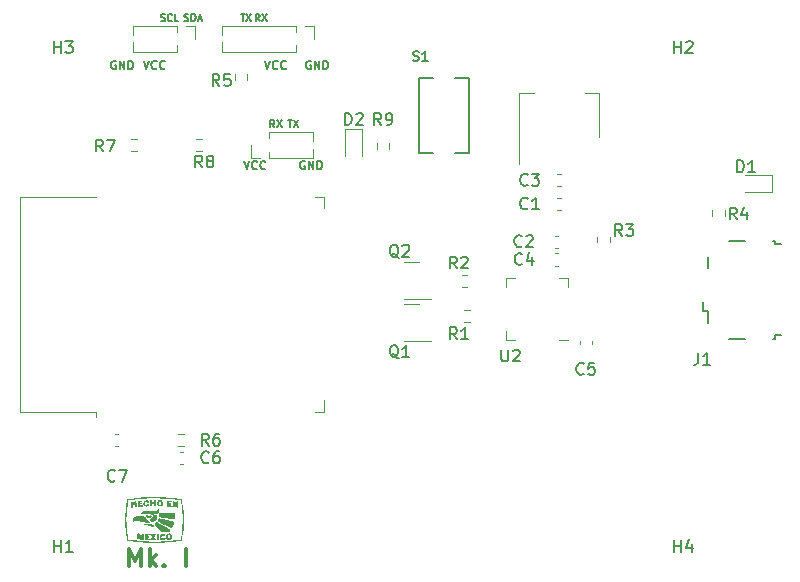
<source format=gbr>
%TF.GenerationSoftware,KiCad,Pcbnew,(6.0.2)*%
%TF.CreationDate,2022-04-08T16:17:17-05:00*%
%TF.ProjectId,Tlapixki-HelloWorld,546c6170-6978-46b6-992d-48656c6c6f57,rev?*%
%TF.SameCoordinates,Original*%
%TF.FileFunction,Legend,Top*%
%TF.FilePolarity,Positive*%
%FSLAX46Y46*%
G04 Gerber Fmt 4.6, Leading zero omitted, Abs format (unit mm)*
G04 Created by KiCad (PCBNEW (6.0.2)) date 2022-04-08 16:17:17*
%MOMM*%
%LPD*%
G01*
G04 APERTURE LIST*
%ADD10C,0.150000*%
%ADD11C,0.300000*%
%ADD12C,0.120000*%
%ADD13C,0.200000*%
G04 APERTURE END LIST*
D10*
X83066666Y-102366666D02*
X83300000Y-103066666D01*
X83533333Y-102366666D01*
X84166666Y-103000000D02*
X84133333Y-103033333D01*
X84033333Y-103066666D01*
X83966666Y-103066666D01*
X83866666Y-103033333D01*
X83800000Y-102966666D01*
X83766666Y-102900000D01*
X83733333Y-102766666D01*
X83733333Y-102666666D01*
X83766666Y-102533333D01*
X83800000Y-102466666D01*
X83866666Y-102400000D01*
X83966666Y-102366666D01*
X84033333Y-102366666D01*
X84133333Y-102400000D01*
X84166666Y-102433333D01*
X84866666Y-103000000D02*
X84833333Y-103033333D01*
X84733333Y-103066666D01*
X84666666Y-103066666D01*
X84566666Y-103033333D01*
X84500000Y-102966666D01*
X84466666Y-102900000D01*
X84433333Y-102766666D01*
X84433333Y-102666666D01*
X84466666Y-102533333D01*
X84500000Y-102466666D01*
X84566666Y-102400000D01*
X84666666Y-102366666D01*
X84733333Y-102366666D01*
X84833333Y-102400000D01*
X84866666Y-102433333D01*
X85042857Y-107421428D02*
X85385714Y-107421428D01*
X85214285Y-108021428D02*
X85214285Y-107421428D01*
X85528571Y-107421428D02*
X85928571Y-108021428D01*
X85928571Y-107421428D02*
X85528571Y-108021428D01*
X76271428Y-98992857D02*
X76357142Y-99021428D01*
X76500000Y-99021428D01*
X76557142Y-98992857D01*
X76585714Y-98964285D01*
X76614285Y-98907142D01*
X76614285Y-98850000D01*
X76585714Y-98792857D01*
X76557142Y-98764285D01*
X76500000Y-98735714D01*
X76385714Y-98707142D01*
X76328571Y-98678571D01*
X76300000Y-98650000D01*
X76271428Y-98592857D01*
X76271428Y-98535714D01*
X76300000Y-98478571D01*
X76328571Y-98450000D01*
X76385714Y-98421428D01*
X76528571Y-98421428D01*
X76614285Y-98450000D01*
X76871428Y-99021428D02*
X76871428Y-98421428D01*
X77014285Y-98421428D01*
X77100000Y-98450000D01*
X77157142Y-98507142D01*
X77185714Y-98564285D01*
X77214285Y-98678571D01*
X77214285Y-98764285D01*
X77185714Y-98878571D01*
X77157142Y-98935714D01*
X77100000Y-98992857D01*
X77014285Y-99021428D01*
X76871428Y-99021428D01*
X77442857Y-98850000D02*
X77728571Y-98850000D01*
X77385714Y-99021428D02*
X77585714Y-98421428D01*
X77785714Y-99021428D01*
X82650000Y-99021428D02*
X82450000Y-98735714D01*
X82307142Y-99021428D02*
X82307142Y-98421428D01*
X82535714Y-98421428D01*
X82592857Y-98450000D01*
X82621428Y-98478571D01*
X82650000Y-98535714D01*
X82650000Y-98621428D01*
X82621428Y-98678571D01*
X82592857Y-98707142D01*
X82535714Y-98735714D01*
X82307142Y-98735714D01*
X82850000Y-98421428D02*
X83250000Y-99021428D01*
X83250000Y-98421428D02*
X82850000Y-99021428D01*
X81042857Y-98421428D02*
X81385714Y-98421428D01*
X81214285Y-99021428D02*
X81214285Y-98421428D01*
X81528571Y-98421428D02*
X81928571Y-99021428D01*
X81928571Y-98421428D02*
X81528571Y-99021428D01*
X72816666Y-102366666D02*
X73050000Y-103066666D01*
X73283333Y-102366666D01*
X73916666Y-103000000D02*
X73883333Y-103033333D01*
X73783333Y-103066666D01*
X73716666Y-103066666D01*
X73616666Y-103033333D01*
X73550000Y-102966666D01*
X73516666Y-102900000D01*
X73483333Y-102766666D01*
X73483333Y-102666666D01*
X73516666Y-102533333D01*
X73550000Y-102466666D01*
X73616666Y-102400000D01*
X73716666Y-102366666D01*
X73783333Y-102366666D01*
X73883333Y-102400000D01*
X73916666Y-102433333D01*
X74616666Y-103000000D02*
X74583333Y-103033333D01*
X74483333Y-103066666D01*
X74416666Y-103066666D01*
X74316666Y-103033333D01*
X74250000Y-102966666D01*
X74216666Y-102900000D01*
X74183333Y-102766666D01*
X74183333Y-102666666D01*
X74216666Y-102533333D01*
X74250000Y-102466666D01*
X74316666Y-102400000D01*
X74416666Y-102366666D01*
X74483333Y-102366666D01*
X74583333Y-102400000D01*
X74616666Y-102433333D01*
X70466666Y-102400000D02*
X70400000Y-102366666D01*
X70300000Y-102366666D01*
X70200000Y-102400000D01*
X70133333Y-102466666D01*
X70100000Y-102533333D01*
X70066666Y-102666666D01*
X70066666Y-102766666D01*
X70100000Y-102900000D01*
X70133333Y-102966666D01*
X70200000Y-103033333D01*
X70300000Y-103066666D01*
X70366666Y-103066666D01*
X70466666Y-103033333D01*
X70500000Y-103000000D01*
X70500000Y-102766666D01*
X70366666Y-102766666D01*
X70800000Y-103066666D02*
X70800000Y-102366666D01*
X71200000Y-103066666D01*
X71200000Y-102366666D01*
X71533333Y-103066666D02*
X71533333Y-102366666D01*
X71700000Y-102366666D01*
X71800000Y-102400000D01*
X71866666Y-102466666D01*
X71900000Y-102533333D01*
X71933333Y-102666666D01*
X71933333Y-102766666D01*
X71900000Y-102900000D01*
X71866666Y-102966666D01*
X71800000Y-103033333D01*
X71700000Y-103066666D01*
X71533333Y-103066666D01*
X81316666Y-110866666D02*
X81550000Y-111566666D01*
X81783333Y-110866666D01*
X82416666Y-111500000D02*
X82383333Y-111533333D01*
X82283333Y-111566666D01*
X82216666Y-111566666D01*
X82116666Y-111533333D01*
X82050000Y-111466666D01*
X82016666Y-111400000D01*
X81983333Y-111266666D01*
X81983333Y-111166666D01*
X82016666Y-111033333D01*
X82050000Y-110966666D01*
X82116666Y-110900000D01*
X82216666Y-110866666D01*
X82283333Y-110866666D01*
X82383333Y-110900000D01*
X82416666Y-110933333D01*
X83116666Y-111500000D02*
X83083333Y-111533333D01*
X82983333Y-111566666D01*
X82916666Y-111566666D01*
X82816666Y-111533333D01*
X82750000Y-111466666D01*
X82716666Y-111400000D01*
X82683333Y-111266666D01*
X82683333Y-111166666D01*
X82716666Y-111033333D01*
X82750000Y-110966666D01*
X82816666Y-110900000D01*
X82916666Y-110866666D01*
X82983333Y-110866666D01*
X83083333Y-110900000D01*
X83116666Y-110933333D01*
D11*
X71607142Y-145178571D02*
X71607142Y-143678571D01*
X72107142Y-144750000D01*
X72607142Y-143678571D01*
X72607142Y-145178571D01*
X73321428Y-145178571D02*
X73321428Y-143678571D01*
X73464285Y-144607142D02*
X73892857Y-145178571D01*
X73892857Y-144178571D02*
X73321428Y-144750000D01*
X74535714Y-145035714D02*
X74607142Y-145107142D01*
X74535714Y-145178571D01*
X74464285Y-145107142D01*
X74535714Y-145035714D01*
X74535714Y-145178571D01*
X76392857Y-145178571D02*
X76392857Y-143678571D01*
D10*
X86466666Y-110900000D02*
X86400000Y-110866666D01*
X86300000Y-110866666D01*
X86200000Y-110900000D01*
X86133333Y-110966666D01*
X86100000Y-111033333D01*
X86066666Y-111166666D01*
X86066666Y-111266666D01*
X86100000Y-111400000D01*
X86133333Y-111466666D01*
X86200000Y-111533333D01*
X86300000Y-111566666D01*
X86366666Y-111566666D01*
X86466666Y-111533333D01*
X86500000Y-111500000D01*
X86500000Y-111266666D01*
X86366666Y-111266666D01*
X86800000Y-111566666D02*
X86800000Y-110866666D01*
X87200000Y-111566666D01*
X87200000Y-110866666D01*
X87533333Y-111566666D02*
X87533333Y-110866666D01*
X87700000Y-110866666D01*
X87800000Y-110900000D01*
X87866666Y-110966666D01*
X87900000Y-111033333D01*
X87933333Y-111166666D01*
X87933333Y-111266666D01*
X87900000Y-111400000D01*
X87866666Y-111466666D01*
X87800000Y-111533333D01*
X87700000Y-111566666D01*
X87533333Y-111566666D01*
X86966666Y-102400000D02*
X86900000Y-102366666D01*
X86800000Y-102366666D01*
X86700000Y-102400000D01*
X86633333Y-102466666D01*
X86600000Y-102533333D01*
X86566666Y-102666666D01*
X86566666Y-102766666D01*
X86600000Y-102900000D01*
X86633333Y-102966666D01*
X86700000Y-103033333D01*
X86800000Y-103066666D01*
X86866666Y-103066666D01*
X86966666Y-103033333D01*
X87000000Y-103000000D01*
X87000000Y-102766666D01*
X86866666Y-102766666D01*
X87300000Y-103066666D02*
X87300000Y-102366666D01*
X87700000Y-103066666D01*
X87700000Y-102366666D01*
X88033333Y-103066666D02*
X88033333Y-102366666D01*
X88200000Y-102366666D01*
X88300000Y-102400000D01*
X88366666Y-102466666D01*
X88400000Y-102533333D01*
X88433333Y-102666666D01*
X88433333Y-102766666D01*
X88400000Y-102900000D01*
X88366666Y-102966666D01*
X88300000Y-103033333D01*
X88200000Y-103066666D01*
X88033333Y-103066666D01*
X74285714Y-98992857D02*
X74371428Y-99021428D01*
X74514285Y-99021428D01*
X74571428Y-98992857D01*
X74600000Y-98964285D01*
X74628571Y-98907142D01*
X74628571Y-98850000D01*
X74600000Y-98792857D01*
X74571428Y-98764285D01*
X74514285Y-98735714D01*
X74400000Y-98707142D01*
X74342857Y-98678571D01*
X74314285Y-98650000D01*
X74285714Y-98592857D01*
X74285714Y-98535714D01*
X74314285Y-98478571D01*
X74342857Y-98450000D01*
X74400000Y-98421428D01*
X74542857Y-98421428D01*
X74628571Y-98450000D01*
X75228571Y-98964285D02*
X75200000Y-98992857D01*
X75114285Y-99021428D01*
X75057142Y-99021428D01*
X74971428Y-98992857D01*
X74914285Y-98935714D01*
X74885714Y-98878571D01*
X74857142Y-98764285D01*
X74857142Y-98678571D01*
X74885714Y-98564285D01*
X74914285Y-98507142D01*
X74971428Y-98450000D01*
X75057142Y-98421428D01*
X75114285Y-98421428D01*
X75200000Y-98450000D01*
X75228571Y-98478571D01*
X75771428Y-99021428D02*
X75485714Y-99021428D01*
X75485714Y-98421428D01*
X83900000Y-108021428D02*
X83700000Y-107735714D01*
X83557142Y-108021428D02*
X83557142Y-107421428D01*
X83785714Y-107421428D01*
X83842857Y-107450000D01*
X83871428Y-107478571D01*
X83900000Y-107535714D01*
X83900000Y-107621428D01*
X83871428Y-107678571D01*
X83842857Y-107707142D01*
X83785714Y-107735714D01*
X83557142Y-107735714D01*
X84100000Y-107421428D02*
X84500000Y-108021428D01*
X84500000Y-107421428D02*
X84100000Y-108021428D01*
%TO.C,C3*%
X105333333Y-112857142D02*
X105285714Y-112904761D01*
X105142857Y-112952380D01*
X105047619Y-112952380D01*
X104904761Y-112904761D01*
X104809523Y-112809523D01*
X104761904Y-112714285D01*
X104714285Y-112523809D01*
X104714285Y-112380952D01*
X104761904Y-112190476D01*
X104809523Y-112095238D01*
X104904761Y-112000000D01*
X105047619Y-111952380D01*
X105142857Y-111952380D01*
X105285714Y-112000000D01*
X105333333Y-112047619D01*
X105666666Y-111952380D02*
X106285714Y-111952380D01*
X105952380Y-112333333D01*
X106095238Y-112333333D01*
X106190476Y-112380952D01*
X106238095Y-112428571D01*
X106285714Y-112523809D01*
X106285714Y-112761904D01*
X106238095Y-112857142D01*
X106190476Y-112904761D01*
X106095238Y-112952380D01*
X105809523Y-112952380D01*
X105714285Y-112904761D01*
X105666666Y-112857142D01*
%TO.C,H4*%
X117738095Y-143952380D02*
X117738095Y-142952380D01*
X117738095Y-143428571D02*
X118309523Y-143428571D01*
X118309523Y-143952380D02*
X118309523Y-142952380D01*
X119214285Y-143285714D02*
X119214285Y-143952380D01*
X118976190Y-142904761D02*
X118738095Y-143619047D01*
X119357142Y-143619047D01*
%TO.C,R9*%
X92933333Y-107802380D02*
X92600000Y-107326190D01*
X92361904Y-107802380D02*
X92361904Y-106802380D01*
X92742857Y-106802380D01*
X92838095Y-106850000D01*
X92885714Y-106897619D01*
X92933333Y-106992857D01*
X92933333Y-107135714D01*
X92885714Y-107230952D01*
X92838095Y-107278571D01*
X92742857Y-107326190D01*
X92361904Y-107326190D01*
X93409523Y-107802380D02*
X93600000Y-107802380D01*
X93695238Y-107754761D01*
X93742857Y-107707142D01*
X93838095Y-107564285D01*
X93885714Y-107373809D01*
X93885714Y-106992857D01*
X93838095Y-106897619D01*
X93790476Y-106850000D01*
X93695238Y-106802380D01*
X93504761Y-106802380D01*
X93409523Y-106850000D01*
X93361904Y-106897619D01*
X93314285Y-106992857D01*
X93314285Y-107230952D01*
X93361904Y-107326190D01*
X93409523Y-107373809D01*
X93504761Y-107421428D01*
X93695238Y-107421428D01*
X93790476Y-107373809D01*
X93838095Y-107326190D01*
X93885714Y-107230952D01*
%TO.C,R8*%
X77783333Y-111402380D02*
X77450000Y-110926190D01*
X77211904Y-111402380D02*
X77211904Y-110402380D01*
X77592857Y-110402380D01*
X77688095Y-110450000D01*
X77735714Y-110497619D01*
X77783333Y-110592857D01*
X77783333Y-110735714D01*
X77735714Y-110830952D01*
X77688095Y-110878571D01*
X77592857Y-110926190D01*
X77211904Y-110926190D01*
X78354761Y-110830952D02*
X78259523Y-110783333D01*
X78211904Y-110735714D01*
X78164285Y-110640476D01*
X78164285Y-110592857D01*
X78211904Y-110497619D01*
X78259523Y-110450000D01*
X78354761Y-110402380D01*
X78545238Y-110402380D01*
X78640476Y-110450000D01*
X78688095Y-110497619D01*
X78735714Y-110592857D01*
X78735714Y-110640476D01*
X78688095Y-110735714D01*
X78640476Y-110783333D01*
X78545238Y-110830952D01*
X78354761Y-110830952D01*
X78259523Y-110878571D01*
X78211904Y-110926190D01*
X78164285Y-111021428D01*
X78164285Y-111211904D01*
X78211904Y-111307142D01*
X78259523Y-111354761D01*
X78354761Y-111402380D01*
X78545238Y-111402380D01*
X78640476Y-111354761D01*
X78688095Y-111307142D01*
X78735714Y-111211904D01*
X78735714Y-111021428D01*
X78688095Y-110926190D01*
X78640476Y-110878571D01*
X78545238Y-110830952D01*
%TO.C,R4*%
X123033333Y-115802380D02*
X122700000Y-115326190D01*
X122461904Y-115802380D02*
X122461904Y-114802380D01*
X122842857Y-114802380D01*
X122938095Y-114850000D01*
X122985714Y-114897619D01*
X123033333Y-114992857D01*
X123033333Y-115135714D01*
X122985714Y-115230952D01*
X122938095Y-115278571D01*
X122842857Y-115326190D01*
X122461904Y-115326190D01*
X123890476Y-115135714D02*
X123890476Y-115802380D01*
X123652380Y-114754761D02*
X123414285Y-115469047D01*
X124033333Y-115469047D01*
%TO.C,R6*%
X78333333Y-134952380D02*
X78000000Y-134476190D01*
X77761904Y-134952380D02*
X77761904Y-133952380D01*
X78142857Y-133952380D01*
X78238095Y-134000000D01*
X78285714Y-134047619D01*
X78333333Y-134142857D01*
X78333333Y-134285714D01*
X78285714Y-134380952D01*
X78238095Y-134428571D01*
X78142857Y-134476190D01*
X77761904Y-134476190D01*
X79190476Y-133952380D02*
X79000000Y-133952380D01*
X78904761Y-134000000D01*
X78857142Y-134047619D01*
X78761904Y-134190476D01*
X78714285Y-134380952D01*
X78714285Y-134761904D01*
X78761904Y-134857142D01*
X78809523Y-134904761D01*
X78904761Y-134952380D01*
X79095238Y-134952380D01*
X79190476Y-134904761D01*
X79238095Y-134857142D01*
X79285714Y-134761904D01*
X79285714Y-134523809D01*
X79238095Y-134428571D01*
X79190476Y-134380952D01*
X79095238Y-134333333D01*
X78904761Y-134333333D01*
X78809523Y-134380952D01*
X78761904Y-134428571D01*
X78714285Y-134523809D01*
%TO.C,C2*%
X104833333Y-118057142D02*
X104785714Y-118104761D01*
X104642857Y-118152380D01*
X104547619Y-118152380D01*
X104404761Y-118104761D01*
X104309523Y-118009523D01*
X104261904Y-117914285D01*
X104214285Y-117723809D01*
X104214285Y-117580952D01*
X104261904Y-117390476D01*
X104309523Y-117295238D01*
X104404761Y-117200000D01*
X104547619Y-117152380D01*
X104642857Y-117152380D01*
X104785714Y-117200000D01*
X104833333Y-117247619D01*
X105214285Y-117247619D02*
X105261904Y-117200000D01*
X105357142Y-117152380D01*
X105595238Y-117152380D01*
X105690476Y-117200000D01*
X105738095Y-117247619D01*
X105785714Y-117342857D01*
X105785714Y-117438095D01*
X105738095Y-117580952D01*
X105166666Y-118152380D01*
X105785714Y-118152380D01*
%TO.C,Q1*%
X94404761Y-127547619D02*
X94309523Y-127500000D01*
X94214285Y-127404761D01*
X94071428Y-127261904D01*
X93976190Y-127214285D01*
X93880952Y-127214285D01*
X93928571Y-127452380D02*
X93833333Y-127404761D01*
X93738095Y-127309523D01*
X93690476Y-127119047D01*
X93690476Y-126785714D01*
X93738095Y-126595238D01*
X93833333Y-126500000D01*
X93928571Y-126452380D01*
X94119047Y-126452380D01*
X94214285Y-126500000D01*
X94309523Y-126595238D01*
X94357142Y-126785714D01*
X94357142Y-127119047D01*
X94309523Y-127309523D01*
X94214285Y-127404761D01*
X94119047Y-127452380D01*
X93928571Y-127452380D01*
X95309523Y-127452380D02*
X94738095Y-127452380D01*
X95023809Y-127452380D02*
X95023809Y-126452380D01*
X94928571Y-126595238D01*
X94833333Y-126690476D01*
X94738095Y-126738095D01*
%TO.C,H3*%
X65238095Y-101702380D02*
X65238095Y-100702380D01*
X65238095Y-101178571D02*
X65809523Y-101178571D01*
X65809523Y-101702380D02*
X65809523Y-100702380D01*
X66190476Y-100702380D02*
X66809523Y-100702380D01*
X66476190Y-101083333D01*
X66619047Y-101083333D01*
X66714285Y-101130952D01*
X66761904Y-101178571D01*
X66809523Y-101273809D01*
X66809523Y-101511904D01*
X66761904Y-101607142D01*
X66714285Y-101654761D01*
X66619047Y-101702380D01*
X66333333Y-101702380D01*
X66238095Y-101654761D01*
X66190476Y-101607142D01*
%TO.C,H2*%
X117738095Y-101702380D02*
X117738095Y-100702380D01*
X117738095Y-101178571D02*
X118309523Y-101178571D01*
X118309523Y-101702380D02*
X118309523Y-100702380D01*
X118738095Y-100797619D02*
X118785714Y-100750000D01*
X118880952Y-100702380D01*
X119119047Y-100702380D01*
X119214285Y-100750000D01*
X119261904Y-100797619D01*
X119309523Y-100892857D01*
X119309523Y-100988095D01*
X119261904Y-101130952D01*
X118690476Y-101702380D01*
X119309523Y-101702380D01*
%TO.C,C1*%
X105333333Y-114857142D02*
X105285714Y-114904761D01*
X105142857Y-114952380D01*
X105047619Y-114952380D01*
X104904761Y-114904761D01*
X104809523Y-114809523D01*
X104761904Y-114714285D01*
X104714285Y-114523809D01*
X104714285Y-114380952D01*
X104761904Y-114190476D01*
X104809523Y-114095238D01*
X104904761Y-114000000D01*
X105047619Y-113952380D01*
X105142857Y-113952380D01*
X105285714Y-114000000D01*
X105333333Y-114047619D01*
X106285714Y-114952380D02*
X105714285Y-114952380D01*
X106000000Y-114952380D02*
X106000000Y-113952380D01*
X105904761Y-114095238D01*
X105809523Y-114190476D01*
X105714285Y-114238095D01*
%TO.C,R7*%
X69383333Y-110052380D02*
X69050000Y-109576190D01*
X68811904Y-110052380D02*
X68811904Y-109052380D01*
X69192857Y-109052380D01*
X69288095Y-109100000D01*
X69335714Y-109147619D01*
X69383333Y-109242857D01*
X69383333Y-109385714D01*
X69335714Y-109480952D01*
X69288095Y-109528571D01*
X69192857Y-109576190D01*
X68811904Y-109576190D01*
X69716666Y-109052380D02*
X70383333Y-109052380D01*
X69954761Y-110052380D01*
%TO.C,C4*%
X104858333Y-119557142D02*
X104810714Y-119604761D01*
X104667857Y-119652380D01*
X104572619Y-119652380D01*
X104429761Y-119604761D01*
X104334523Y-119509523D01*
X104286904Y-119414285D01*
X104239285Y-119223809D01*
X104239285Y-119080952D01*
X104286904Y-118890476D01*
X104334523Y-118795238D01*
X104429761Y-118700000D01*
X104572619Y-118652380D01*
X104667857Y-118652380D01*
X104810714Y-118700000D01*
X104858333Y-118747619D01*
X105715476Y-118985714D02*
X105715476Y-119652380D01*
X105477380Y-118604761D02*
X105239285Y-119319047D01*
X105858333Y-119319047D01*
%TO.C,H1*%
X65238095Y-143952380D02*
X65238095Y-142952380D01*
X65238095Y-143428571D02*
X65809523Y-143428571D01*
X65809523Y-143952380D02*
X65809523Y-142952380D01*
X66809523Y-143952380D02*
X66238095Y-143952380D01*
X66523809Y-143952380D02*
X66523809Y-142952380D01*
X66428571Y-143095238D01*
X66333333Y-143190476D01*
X66238095Y-143238095D01*
%TO.C,R5*%
X79233333Y-104502380D02*
X78900000Y-104026190D01*
X78661904Y-104502380D02*
X78661904Y-103502380D01*
X79042857Y-103502380D01*
X79138095Y-103550000D01*
X79185714Y-103597619D01*
X79233333Y-103692857D01*
X79233333Y-103835714D01*
X79185714Y-103930952D01*
X79138095Y-103978571D01*
X79042857Y-104026190D01*
X78661904Y-104026190D01*
X80138095Y-103502380D02*
X79661904Y-103502380D01*
X79614285Y-103978571D01*
X79661904Y-103930952D01*
X79757142Y-103883333D01*
X79995238Y-103883333D01*
X80090476Y-103930952D01*
X80138095Y-103978571D01*
X80185714Y-104073809D01*
X80185714Y-104311904D01*
X80138095Y-104407142D01*
X80090476Y-104454761D01*
X79995238Y-104502380D01*
X79757142Y-104502380D01*
X79661904Y-104454761D01*
X79614285Y-104407142D01*
%TO.C,D1*%
X123061904Y-111802380D02*
X123061904Y-110802380D01*
X123300000Y-110802380D01*
X123442857Y-110850000D01*
X123538095Y-110945238D01*
X123585714Y-111040476D01*
X123633333Y-111230952D01*
X123633333Y-111373809D01*
X123585714Y-111564285D01*
X123538095Y-111659523D01*
X123442857Y-111754761D01*
X123300000Y-111802380D01*
X123061904Y-111802380D01*
X124585714Y-111802380D02*
X124014285Y-111802380D01*
X124300000Y-111802380D02*
X124300000Y-110802380D01*
X124204761Y-110945238D01*
X124109523Y-111040476D01*
X124014285Y-111088095D01*
%TO.C,U2*%
X103108095Y-126822380D02*
X103108095Y-127631904D01*
X103155714Y-127727142D01*
X103203333Y-127774761D01*
X103298571Y-127822380D01*
X103489047Y-127822380D01*
X103584285Y-127774761D01*
X103631904Y-127727142D01*
X103679523Y-127631904D01*
X103679523Y-126822380D01*
X104108095Y-126917619D02*
X104155714Y-126870000D01*
X104250952Y-126822380D01*
X104489047Y-126822380D01*
X104584285Y-126870000D01*
X104631904Y-126917619D01*
X104679523Y-127012857D01*
X104679523Y-127108095D01*
X104631904Y-127250952D01*
X104060476Y-127822380D01*
X104679523Y-127822380D01*
%TO.C,C5*%
X110083333Y-128857142D02*
X110035714Y-128904761D01*
X109892857Y-128952380D01*
X109797619Y-128952380D01*
X109654761Y-128904761D01*
X109559523Y-128809523D01*
X109511904Y-128714285D01*
X109464285Y-128523809D01*
X109464285Y-128380952D01*
X109511904Y-128190476D01*
X109559523Y-128095238D01*
X109654761Y-128000000D01*
X109797619Y-127952380D01*
X109892857Y-127952380D01*
X110035714Y-128000000D01*
X110083333Y-128047619D01*
X110988095Y-127952380D02*
X110511904Y-127952380D01*
X110464285Y-128428571D01*
X110511904Y-128380952D01*
X110607142Y-128333333D01*
X110845238Y-128333333D01*
X110940476Y-128380952D01*
X110988095Y-128428571D01*
X111035714Y-128523809D01*
X111035714Y-128761904D01*
X110988095Y-128857142D01*
X110940476Y-128904761D01*
X110845238Y-128952380D01*
X110607142Y-128952380D01*
X110511904Y-128904761D01*
X110464285Y-128857142D01*
%TO.C,C7*%
X70383333Y-137907142D02*
X70335714Y-137954761D01*
X70192857Y-138002380D01*
X70097619Y-138002380D01*
X69954761Y-137954761D01*
X69859523Y-137859523D01*
X69811904Y-137764285D01*
X69764285Y-137573809D01*
X69764285Y-137430952D01*
X69811904Y-137240476D01*
X69859523Y-137145238D01*
X69954761Y-137050000D01*
X70097619Y-137002380D01*
X70192857Y-137002380D01*
X70335714Y-137050000D01*
X70383333Y-137097619D01*
X70716666Y-137002380D02*
X71383333Y-137002380D01*
X70954761Y-138002380D01*
%TO.C,R3*%
X113333333Y-117202380D02*
X113000000Y-116726190D01*
X112761904Y-117202380D02*
X112761904Y-116202380D01*
X113142857Y-116202380D01*
X113238095Y-116250000D01*
X113285714Y-116297619D01*
X113333333Y-116392857D01*
X113333333Y-116535714D01*
X113285714Y-116630952D01*
X113238095Y-116678571D01*
X113142857Y-116726190D01*
X112761904Y-116726190D01*
X113666666Y-116202380D02*
X114285714Y-116202380D01*
X113952380Y-116583333D01*
X114095238Y-116583333D01*
X114190476Y-116630952D01*
X114238095Y-116678571D01*
X114285714Y-116773809D01*
X114285714Y-117011904D01*
X114238095Y-117107142D01*
X114190476Y-117154761D01*
X114095238Y-117202380D01*
X113809523Y-117202380D01*
X113714285Y-117154761D01*
X113666666Y-117107142D01*
%TO.C,J1*%
X119771666Y-127097380D02*
X119771666Y-127811666D01*
X119724047Y-127954523D01*
X119628809Y-128049761D01*
X119485952Y-128097380D01*
X119390714Y-128097380D01*
X120771666Y-128097380D02*
X120200238Y-128097380D01*
X120485952Y-128097380D02*
X120485952Y-127097380D01*
X120390714Y-127240238D01*
X120295476Y-127335476D01*
X120200238Y-127383095D01*
%TO.C,C6*%
X78333333Y-136357142D02*
X78285714Y-136404761D01*
X78142857Y-136452380D01*
X78047619Y-136452380D01*
X77904761Y-136404761D01*
X77809523Y-136309523D01*
X77761904Y-136214285D01*
X77714285Y-136023809D01*
X77714285Y-135880952D01*
X77761904Y-135690476D01*
X77809523Y-135595238D01*
X77904761Y-135500000D01*
X78047619Y-135452380D01*
X78142857Y-135452380D01*
X78285714Y-135500000D01*
X78333333Y-135547619D01*
X79190476Y-135452380D02*
X79000000Y-135452380D01*
X78904761Y-135500000D01*
X78857142Y-135547619D01*
X78761904Y-135690476D01*
X78714285Y-135880952D01*
X78714285Y-136261904D01*
X78761904Y-136357142D01*
X78809523Y-136404761D01*
X78904761Y-136452380D01*
X79095238Y-136452380D01*
X79190476Y-136404761D01*
X79238095Y-136357142D01*
X79285714Y-136261904D01*
X79285714Y-136023809D01*
X79238095Y-135928571D01*
X79190476Y-135880952D01*
X79095238Y-135833333D01*
X78904761Y-135833333D01*
X78809523Y-135880952D01*
X78761904Y-135928571D01*
X78714285Y-136023809D01*
%TO.C,D2*%
X89861904Y-107802380D02*
X89861904Y-106802380D01*
X90100000Y-106802380D01*
X90242857Y-106850000D01*
X90338095Y-106945238D01*
X90385714Y-107040476D01*
X90433333Y-107230952D01*
X90433333Y-107373809D01*
X90385714Y-107564285D01*
X90338095Y-107659523D01*
X90242857Y-107754761D01*
X90100000Y-107802380D01*
X89861904Y-107802380D01*
X90814285Y-106897619D02*
X90861904Y-106850000D01*
X90957142Y-106802380D01*
X91195238Y-106802380D01*
X91290476Y-106850000D01*
X91338095Y-106897619D01*
X91385714Y-106992857D01*
X91385714Y-107088095D01*
X91338095Y-107230952D01*
X90766666Y-107802380D01*
X91385714Y-107802380D01*
%TO.C,Q2*%
X94404761Y-119047619D02*
X94309523Y-119000000D01*
X94214285Y-118904761D01*
X94071428Y-118761904D01*
X93976190Y-118714285D01*
X93880952Y-118714285D01*
X93928571Y-118952380D02*
X93833333Y-118904761D01*
X93738095Y-118809523D01*
X93690476Y-118619047D01*
X93690476Y-118285714D01*
X93738095Y-118095238D01*
X93833333Y-118000000D01*
X93928571Y-117952380D01*
X94119047Y-117952380D01*
X94214285Y-118000000D01*
X94309523Y-118095238D01*
X94357142Y-118285714D01*
X94357142Y-118619047D01*
X94309523Y-118809523D01*
X94214285Y-118904761D01*
X94119047Y-118952380D01*
X93928571Y-118952380D01*
X94738095Y-118047619D02*
X94785714Y-118000000D01*
X94880952Y-117952380D01*
X95119047Y-117952380D01*
X95214285Y-118000000D01*
X95261904Y-118047619D01*
X95309523Y-118142857D01*
X95309523Y-118238095D01*
X95261904Y-118380952D01*
X94690476Y-118952380D01*
X95309523Y-118952380D01*
%TO.C,R2*%
X99333333Y-119952380D02*
X99000000Y-119476190D01*
X98761904Y-119952380D02*
X98761904Y-118952380D01*
X99142857Y-118952380D01*
X99238095Y-119000000D01*
X99285714Y-119047619D01*
X99333333Y-119142857D01*
X99333333Y-119285714D01*
X99285714Y-119380952D01*
X99238095Y-119428571D01*
X99142857Y-119476190D01*
X98761904Y-119476190D01*
X99714285Y-119047619D02*
X99761904Y-119000000D01*
X99857142Y-118952380D01*
X100095238Y-118952380D01*
X100190476Y-119000000D01*
X100238095Y-119047619D01*
X100285714Y-119142857D01*
X100285714Y-119238095D01*
X100238095Y-119380952D01*
X99666666Y-119952380D01*
X100285714Y-119952380D01*
%TO.C,S1*%
X95640476Y-102323809D02*
X95754761Y-102361904D01*
X95945238Y-102361904D01*
X96021428Y-102323809D01*
X96059523Y-102285714D01*
X96097619Y-102209523D01*
X96097619Y-102133333D01*
X96059523Y-102057142D01*
X96021428Y-102019047D01*
X95945238Y-101980952D01*
X95792857Y-101942857D01*
X95716666Y-101904761D01*
X95678571Y-101866666D01*
X95640476Y-101790476D01*
X95640476Y-101714285D01*
X95678571Y-101638095D01*
X95716666Y-101600000D01*
X95792857Y-101561904D01*
X95983333Y-101561904D01*
X96097619Y-101600000D01*
X96859523Y-102361904D02*
X96402380Y-102361904D01*
X96630952Y-102361904D02*
X96630952Y-101561904D01*
X96554761Y-101676190D01*
X96478571Y-101752380D01*
X96402380Y-101790476D01*
%TO.C,R1*%
X99333333Y-125952380D02*
X99000000Y-125476190D01*
X98761904Y-125952380D02*
X98761904Y-124952380D01*
X99142857Y-124952380D01*
X99238095Y-125000000D01*
X99285714Y-125047619D01*
X99333333Y-125142857D01*
X99333333Y-125285714D01*
X99285714Y-125380952D01*
X99238095Y-125428571D01*
X99142857Y-125476190D01*
X98761904Y-125476190D01*
X100285714Y-125952380D02*
X99714285Y-125952380D01*
X100000000Y-125952380D02*
X100000000Y-124952380D01*
X99904761Y-125095238D01*
X99809523Y-125190476D01*
X99714285Y-125238095D01*
D12*
%TO.C,C3*%
X108140580Y-113010000D02*
X107859420Y-113010000D01*
X108140580Y-111990000D02*
X107859420Y-111990000D01*
%TO.C,R9*%
X92577500Y-109362742D02*
X92577500Y-109837258D01*
X93622500Y-109362742D02*
X93622500Y-109837258D01*
%TO.C,R8*%
X77737258Y-108977500D02*
X77262742Y-108977500D01*
X77737258Y-110022500D02*
X77262742Y-110022500D01*
%TO.C,R4*%
X120977500Y-115012742D02*
X120977500Y-115487258D01*
X122022500Y-115012742D02*
X122022500Y-115487258D01*
%TO.C,R6*%
X75762742Y-135022500D02*
X76237258Y-135022500D01*
X75762742Y-133977500D02*
X76237258Y-133977500D01*
%TO.C,C2*%
X107915580Y-118210000D02*
X107634420Y-118210000D01*
X107915580Y-117190000D02*
X107634420Y-117190000D01*
%TO.C,Q1*%
X95500000Y-122940000D02*
X94850000Y-122940000D01*
X95500000Y-122940000D02*
X96150000Y-122940000D01*
X95500000Y-126060000D02*
X94850000Y-126060000D01*
X95500000Y-126060000D02*
X97175000Y-126060000D01*
%TO.C,U1*%
X104590000Y-105090000D02*
X105850000Y-105090000D01*
X111410000Y-108850000D02*
X111410000Y-105090000D01*
X104590000Y-111100000D02*
X104590000Y-105090000D01*
X111410000Y-105090000D02*
X110150000Y-105090000D01*
%TO.C,J2*%
X87260000Y-99390000D02*
X87260000Y-100500000D01*
X86500000Y-99390000D02*
X87260000Y-99390000D01*
X79455000Y-100807530D02*
X79455000Y-101610000D01*
X85740000Y-99390000D02*
X79455000Y-99390000D01*
X85740000Y-99390000D02*
X85740000Y-99936529D01*
X85740000Y-101610000D02*
X79455000Y-101610000D01*
X79455000Y-99390000D02*
X79455000Y-100192470D01*
X85740000Y-101063471D02*
X85740000Y-101610000D01*
%TO.C,C1*%
X108140580Y-115010000D02*
X107859420Y-115010000D01*
X108140580Y-113990000D02*
X107859420Y-113990000D01*
%TO.C,R7*%
X71762742Y-110022500D02*
X72237258Y-110022500D01*
X71762742Y-108977500D02*
X72237258Y-108977500D01*
%TO.C,G\u002A\u002A\u002A*%
G36*
X72917797Y-140971792D02*
G01*
X72982837Y-141029990D01*
X73054014Y-141097979D01*
X73127600Y-141171701D01*
X73199867Y-141247097D01*
X73267087Y-141320110D01*
X73325531Y-141386681D01*
X73371471Y-141442753D01*
X73401179Y-141484267D01*
X73410928Y-141507165D01*
X73410666Y-141508262D01*
X73403046Y-141520616D01*
X73388410Y-141527732D01*
X73361975Y-141529310D01*
X73318956Y-141525048D01*
X73254569Y-141514645D01*
X73164030Y-141497799D01*
X73125000Y-141490272D01*
X73039486Y-141474339D01*
X72937203Y-141456311D01*
X72823342Y-141437001D01*
X72703091Y-141417221D01*
X72581641Y-141397784D01*
X72464181Y-141379504D01*
X72355901Y-141363192D01*
X72261990Y-141349663D01*
X72187639Y-141339728D01*
X72138036Y-141334200D01*
X72122997Y-141333333D01*
X72075085Y-141341480D01*
X72040685Y-141357803D01*
X71998287Y-141377823D01*
X71969175Y-141382803D01*
X71950635Y-141381758D01*
X71939436Y-141373738D01*
X71934138Y-141352336D01*
X71933300Y-141311146D01*
X71935481Y-141243760D01*
X71935841Y-141234527D01*
X71941074Y-141153468D01*
X71952306Y-141090347D01*
X71973532Y-141042035D01*
X72008750Y-141005401D01*
X72061953Y-140977314D01*
X72137138Y-140954644D01*
X72238300Y-140934260D01*
X72340462Y-140917521D01*
X72434078Y-140903755D01*
X72530336Y-140891013D01*
X72616421Y-140880922D01*
X72667797Y-140875974D01*
X72793928Y-140865826D01*
X72917797Y-140971792D01*
G37*
G36*
X74727417Y-142553841D02*
G01*
X74742091Y-142510153D01*
X74768654Y-142473466D01*
X74775270Y-142466383D01*
X74842873Y-142417999D01*
X74927507Y-142390694D01*
X75017824Y-142388061D01*
X75021149Y-142388487D01*
X75108075Y-142414275D01*
X75172926Y-142464637D01*
X75214749Y-142538363D01*
X75232594Y-142634244D01*
X75233208Y-142658333D01*
X75223141Y-142753106D01*
X75191772Y-142824211D01*
X75137348Y-142874977D01*
X75111948Y-142888833D01*
X75040231Y-142910375D01*
X74958693Y-142916042D01*
X74880818Y-142906108D01*
X74823343Y-142883004D01*
X74765099Y-142826438D01*
X74729815Y-142747422D01*
X74718531Y-142648621D01*
X74719238Y-142631655D01*
X74884195Y-142631655D01*
X74885135Y-142690490D01*
X74895924Y-142740779D01*
X74900586Y-142751095D01*
X74929284Y-142774094D01*
X74974018Y-142783632D01*
X75019803Y-142778454D01*
X75046666Y-142763333D01*
X75061244Y-142730283D01*
X75066731Y-142678468D01*
X75063587Y-142621058D01*
X75052277Y-142571223D01*
X75039083Y-142547145D01*
X74995774Y-142520906D01*
X74946248Y-142521325D01*
X74909523Y-142542857D01*
X74892520Y-142577901D01*
X74884195Y-142631655D01*
X74719238Y-142631655D01*
X74719821Y-142617658D01*
X74727417Y-142553841D01*
G37*
G36*
X74104257Y-140345346D02*
G01*
X74120446Y-140397511D01*
X74122947Y-140411118D01*
X74130762Y-140510445D01*
X74115374Y-140591111D01*
X74075013Y-140659985D01*
X74052408Y-140684846D01*
X74020087Y-140714154D01*
X73985072Y-140738174D01*
X73944089Y-140757242D01*
X73893868Y-140771693D01*
X73831137Y-140781862D01*
X73752622Y-140788086D01*
X73655052Y-140790700D01*
X73535156Y-140790040D01*
X73389660Y-140786440D01*
X73215294Y-140780238D01*
X73148350Y-140777575D01*
X72999346Y-140771285D01*
X72880459Y-140765360D01*
X72788488Y-140759147D01*
X72720232Y-140751989D01*
X72672489Y-140743232D01*
X72642058Y-140732220D01*
X72625739Y-140718299D01*
X72620331Y-140700813D01*
X72622632Y-140679107D01*
X72624665Y-140670398D01*
X72653012Y-140608143D01*
X72702017Y-140546381D01*
X72760054Y-140498936D01*
X72776056Y-140490146D01*
X72795009Y-140483108D01*
X72820569Y-140477625D01*
X72856387Y-140473502D01*
X72906117Y-140470545D01*
X72973412Y-140468558D01*
X73061925Y-140467346D01*
X73175310Y-140466714D01*
X73317219Y-140466468D01*
X73368633Y-140466439D01*
X73502884Y-140466120D01*
X73627494Y-140465320D01*
X73738282Y-140464104D01*
X73831068Y-140462538D01*
X73901673Y-140460689D01*
X73945916Y-140458622D01*
X73958711Y-140457152D01*
X73987616Y-140437362D01*
X74017985Y-140399271D01*
X74025411Y-140386546D01*
X74056738Y-140339864D01*
X74083021Y-140326131D01*
X74104257Y-140345346D01*
G37*
G36*
X74195564Y-141122470D02*
G01*
X74288727Y-141136880D01*
X74411585Y-141160655D01*
X74564852Y-141193921D01*
X74749243Y-141236807D01*
X74759231Y-141239191D01*
X74873735Y-141266399D01*
X74983127Y-141292102D01*
X75081323Y-141314892D01*
X75162238Y-141333362D01*
X75219788Y-141346105D01*
X75237488Y-141349807D01*
X75308487Y-141367936D01*
X75352303Y-141391991D01*
X75375078Y-141428607D01*
X75382955Y-141484415D01*
X75383333Y-141507284D01*
X75373725Y-141585940D01*
X75347631Y-141667542D01*
X75309150Y-141745669D01*
X75262377Y-141813901D01*
X75211411Y-141865820D01*
X75160346Y-141895005D01*
X75133333Y-141899029D01*
X75108545Y-141892170D01*
X75060873Y-141874263D01*
X74997707Y-141848211D01*
X74941666Y-141823760D01*
X74879056Y-141794764D01*
X74793370Y-141753589D01*
X74691106Y-141703436D01*
X74578759Y-141647508D01*
X74462827Y-141589006D01*
X74391666Y-141552677D01*
X74273810Y-141491922D01*
X74182446Y-141443938D01*
X74114221Y-141406654D01*
X74065782Y-141377998D01*
X74033776Y-141355897D01*
X74014849Y-141338280D01*
X74005648Y-141323074D01*
X74003181Y-141312608D01*
X74007944Y-141269082D01*
X74026590Y-141216041D01*
X74053288Y-141165574D01*
X74082209Y-141129775D01*
X74095461Y-141121237D01*
X74131380Y-141117298D01*
X74195564Y-141122470D01*
G37*
G36*
X72677578Y-139621997D02*
G01*
X72695083Y-139624004D01*
X72710619Y-139644909D01*
X72716666Y-139680866D01*
X72710943Y-139713808D01*
X72690053Y-139734585D01*
X72648415Y-139745692D01*
X72580445Y-139749625D01*
X72562500Y-139749772D01*
X72514280Y-139751726D01*
X72490814Y-139759791D01*
X72483599Y-139777822D01*
X72483333Y-139785648D01*
X72485775Y-139805160D01*
X72498251Y-139814713D01*
X72528486Y-139816358D01*
X72583333Y-139812228D01*
X72683333Y-139803160D01*
X72683333Y-139931669D01*
X72587500Y-139936668D01*
X72532834Y-139941017D01*
X72503832Y-139948803D01*
X72492826Y-139963092D01*
X72491666Y-139975000D01*
X72494173Y-139991663D01*
X72506244Y-140001065D01*
X72534701Y-140004655D01*
X72586367Y-140003880D01*
X72620833Y-140002409D01*
X72750000Y-139996485D01*
X72750000Y-140056258D01*
X72749182Y-140083687D01*
X72743386Y-140103244D01*
X72727599Y-140116690D01*
X72696807Y-140125786D01*
X72645997Y-140132292D01*
X72570156Y-140137968D01*
X72505813Y-140142000D01*
X72336626Y-140152437D01*
X72324874Y-139988718D01*
X72319341Y-139905404D01*
X72314607Y-139822766D01*
X72311418Y-139754297D01*
X72310727Y-139733333D01*
X72308333Y-139641666D01*
X72490916Y-139628694D01*
X72567092Y-139624137D01*
X72631914Y-139621844D01*
X72677578Y-139621997D01*
G37*
G36*
X72220417Y-139912500D02*
G01*
X72229072Y-139999098D01*
X72235723Y-140073173D01*
X72239896Y-140128772D01*
X72241114Y-140159946D01*
X72240545Y-140164454D01*
X72222106Y-140169858D01*
X72182144Y-140176315D01*
X72161617Y-140178844D01*
X72115972Y-140182547D01*
X72092941Y-140176254D01*
X72082089Y-140154298D01*
X72077461Y-140133140D01*
X72069657Y-140081814D01*
X72066666Y-140039583D01*
X72063344Y-140015368D01*
X72047535Y-140003730D01*
X72010472Y-140000170D01*
X71989513Y-140000000D01*
X71912361Y-140000000D01*
X71923437Y-140097901D01*
X71928695Y-140152836D01*
X71927185Y-140183435D01*
X71916738Y-140198376D01*
X71896423Y-140206007D01*
X71848047Y-140214582D01*
X71803355Y-140215594D01*
X71773250Y-140209417D01*
X71766666Y-140201589D01*
X71764915Y-140180314D01*
X71760112Y-140132405D01*
X71752933Y-140064350D01*
X71744052Y-139982640D01*
X71741221Y-139957014D01*
X71730806Y-139859911D01*
X71725565Y-139791063D01*
X71726968Y-139745602D01*
X71736484Y-139718657D01*
X71755582Y-139705356D01*
X71785731Y-139700830D01*
X71818686Y-139700255D01*
X71854507Y-139701652D01*
X71873700Y-139711888D01*
X71883552Y-139739440D01*
X71890093Y-139783333D01*
X71899054Y-139834444D01*
X71914240Y-139859654D01*
X71944392Y-139864916D01*
X71997328Y-139856367D01*
X72028675Y-139848177D01*
X72042084Y-139833589D01*
X72042511Y-139802396D01*
X72038587Y-139771390D01*
X72035974Y-139715790D01*
X72050821Y-139683840D01*
X72088619Y-139669584D01*
X72134862Y-139666921D01*
X72194724Y-139666666D01*
X72220417Y-139912500D01*
G37*
G36*
X74054735Y-142453928D02*
G01*
X74083781Y-142466868D01*
X74089883Y-142476363D01*
X74093651Y-142502238D01*
X74096782Y-142554326D01*
X74098986Y-142625504D01*
X74099973Y-142708654D01*
X74100000Y-142724684D01*
X74100000Y-142946643D01*
X74022985Y-142952768D01*
X73975547Y-142953128D01*
X73945840Y-142946731D01*
X73941028Y-142941946D01*
X73938664Y-142919944D01*
X73935553Y-142871108D01*
X73932045Y-142801919D01*
X73928489Y-142718858D01*
X73927291Y-142687500D01*
X73918496Y-142450000D01*
X73999131Y-142450000D01*
X74054735Y-142453928D01*
G37*
G36*
X74357683Y-141656212D02*
G01*
X74549465Y-141758669D01*
X74711733Y-141846960D01*
X74845002Y-141921388D01*
X74949789Y-141982256D01*
X75026610Y-142029866D01*
X75075980Y-142064520D01*
X75098415Y-142086521D01*
X75100000Y-142091255D01*
X75088037Y-142127733D01*
X75058591Y-142171658D01*
X75021325Y-142211134D01*
X74985901Y-142234261D01*
X74983146Y-142235131D01*
X74952658Y-142239186D01*
X74895610Y-142242835D01*
X74818774Y-142245790D01*
X74728922Y-142247761D01*
X74673690Y-142248338D01*
X74405714Y-142250000D01*
X74323690Y-142196581D01*
X74286196Y-142167859D01*
X74231209Y-142120207D01*
X74163670Y-142058453D01*
X74088522Y-141987420D01*
X74010706Y-141911937D01*
X73935163Y-141836827D01*
X73866837Y-141766919D01*
X73810669Y-141707036D01*
X73771601Y-141662006D01*
X73759217Y-141645355D01*
X73741957Y-141615909D01*
X73740283Y-141593555D01*
X73756094Y-141565455D01*
X73774711Y-141540563D01*
X73816564Y-141496383D01*
X73863825Y-141460952D01*
X73874681Y-141455128D01*
X73929384Y-141429042D01*
X74357683Y-141656212D01*
G37*
G36*
X72888619Y-141564459D02*
G01*
X72978023Y-141569023D01*
X73095881Y-141577417D01*
X73141666Y-141580982D01*
X73317182Y-141599881D01*
X73461831Y-141626742D01*
X73577256Y-141662174D01*
X73665102Y-141706782D01*
X73727012Y-141761173D01*
X73757106Y-141808101D01*
X73774355Y-141846929D01*
X73783074Y-141871406D01*
X73783333Y-141873352D01*
X73777656Y-141880333D01*
X73758821Y-141881542D01*
X73724122Y-141876299D01*
X73670851Y-141863922D01*
X73596303Y-141843731D01*
X73497771Y-141815043D01*
X73372548Y-141777179D01*
X73245373Y-141737974D01*
X73092853Y-141690256D01*
X72971962Y-141651177D01*
X72882304Y-141620135D01*
X72823483Y-141596531D01*
X72795101Y-141579761D01*
X72796761Y-141569227D01*
X72828066Y-141564327D01*
X72888619Y-141564459D01*
G37*
G36*
X75471396Y-140669732D02*
G01*
X75497649Y-140727138D01*
X75511618Y-140805905D01*
X75514004Y-140896696D01*
X75505511Y-140990174D01*
X75486841Y-141077000D01*
X75458698Y-141147839D01*
X75432676Y-141183989D01*
X75417716Y-141197744D01*
X75401449Y-141207082D01*
X75379133Y-141211780D01*
X75346023Y-141211613D01*
X75297376Y-141206359D01*
X75228450Y-141195794D01*
X75134500Y-141179693D01*
X75058936Y-141166361D01*
X74950946Y-141146424D01*
X74822520Y-141121427D01*
X74685706Y-141093791D01*
X74552553Y-141065936D01*
X74469976Y-141048044D01*
X74147079Y-140976835D01*
X74152706Y-140814771D01*
X74156469Y-140743915D01*
X74161995Y-140685697D01*
X74168396Y-140648109D01*
X74172217Y-140638853D01*
X74191484Y-140635731D01*
X74240334Y-140632854D01*
X74315018Y-140630305D01*
X74411787Y-140628164D01*
X74526890Y-140626513D01*
X74656579Y-140625432D01*
X74797104Y-140625003D01*
X74812014Y-140625000D01*
X75437927Y-140625000D01*
X75471396Y-140669732D01*
G37*
G36*
X73153397Y-139599629D02*
G01*
X73216471Y-139631358D01*
X73261764Y-139676552D01*
X73282662Y-139732727D01*
X73283333Y-139745375D01*
X73279328Y-139769374D01*
X73261320Y-139780415D01*
X73220320Y-139783305D01*
X73212342Y-139783333D01*
X73159229Y-139778139D01*
X73128144Y-139760131D01*
X73120534Y-139750000D01*
X73087641Y-139724687D01*
X73041521Y-139716756D01*
X72998314Y-139727814D01*
X72986666Y-139736666D01*
X72972603Y-139768885D01*
X72966748Y-139820266D01*
X72968733Y-139877756D01*
X72978192Y-139928305D01*
X72992857Y-139957142D01*
X73035273Y-139980954D01*
X73082690Y-139981884D01*
X73122478Y-139961296D01*
X73136365Y-139941666D01*
X73154221Y-139914696D01*
X73182637Y-139902599D01*
X73227675Y-139900000D01*
X73276783Y-139905160D01*
X73298891Y-139923101D01*
X73295250Y-139957507D01*
X73267113Y-140012066D01*
X73266239Y-140013502D01*
X73215559Y-140066788D01*
X73144919Y-140101768D01*
X73063366Y-140116565D01*
X72979945Y-140109301D01*
X72917248Y-140085972D01*
X72856850Y-140036459D01*
X72816732Y-139968568D01*
X72796796Y-139889728D01*
X72796941Y-139807369D01*
X72817069Y-139728920D01*
X72857079Y-139661811D01*
X72916873Y-139613470D01*
X72923614Y-139610107D01*
X73000356Y-139586517D01*
X73079154Y-139583853D01*
X73153397Y-139599629D01*
G37*
G36*
X71269743Y-140832263D02*
G01*
X71287101Y-140608874D01*
X71309296Y-140379626D01*
X71335405Y-140152646D01*
X71364508Y-139936062D01*
X71395682Y-139738001D01*
X71422212Y-139594771D01*
X71442993Y-139491666D01*
X71633996Y-139464320D01*
X72238338Y-139390144D01*
X72843942Y-139340103D01*
X73445623Y-139314366D01*
X74038194Y-139313101D01*
X74616467Y-139336474D01*
X74908333Y-139358295D01*
X75057546Y-139371847D01*
X75209029Y-139386648D01*
X75358999Y-139402238D01*
X75503672Y-139418159D01*
X75639266Y-139433950D01*
X75761999Y-139449154D01*
X75868086Y-139463310D01*
X75953746Y-139475959D01*
X76015195Y-139486643D01*
X76048651Y-139494901D01*
X76053205Y-139497276D01*
X76059855Y-139516784D01*
X76070534Y-139563216D01*
X76084009Y-139630581D01*
X76099050Y-139712886D01*
X76106867Y-139758333D01*
X76167864Y-140162138D01*
X76210784Y-140546880D01*
X76235630Y-140919550D01*
X76242405Y-141287138D01*
X76231110Y-141656636D01*
X76201750Y-142035034D01*
X76154325Y-142429324D01*
X76107991Y-142733094D01*
X76092705Y-142822191D01*
X76078295Y-142899467D01*
X76065951Y-142959020D01*
X76056866Y-142994947D01*
X76053572Y-143002622D01*
X76033368Y-143008500D01*
X75984566Y-143017317D01*
X75911714Y-143028489D01*
X75819362Y-143041434D01*
X75712057Y-143055567D01*
X75594348Y-143070306D01*
X75470784Y-143085067D01*
X75345913Y-143099267D01*
X75224284Y-143112322D01*
X75110445Y-143123649D01*
X75108333Y-143123849D01*
X74777826Y-143150843D01*
X74432341Y-143171224D01*
X74083918Y-143184522D01*
X73744593Y-143190268D01*
X73450000Y-143188466D01*
X73294369Y-143183864D01*
X73115046Y-143175758D01*
X72921422Y-143164721D01*
X72722889Y-143151324D01*
X72528836Y-143136142D01*
X72391666Y-143123908D01*
X72278574Y-143112653D01*
X72157484Y-143099658D01*
X72032948Y-143085505D01*
X71909519Y-143070778D01*
X71791749Y-143056060D01*
X71684190Y-143041934D01*
X71591394Y-143028984D01*
X71517915Y-143017793D01*
X71468305Y-143008943D01*
X71447115Y-143003019D01*
X71446932Y-143002860D01*
X71440275Y-142982787D01*
X71429825Y-142934738D01*
X71416401Y-142863748D01*
X71400825Y-142774853D01*
X71383916Y-142673089D01*
X71366495Y-142563492D01*
X71349383Y-142451097D01*
X71333399Y-142340942D01*
X71319363Y-142238061D01*
X71309369Y-142158333D01*
X71292225Y-141992345D01*
X71277848Y-141810676D01*
X71266644Y-141622221D01*
X71259022Y-141435875D01*
X71255391Y-141260532D01*
X71256157Y-141105087D01*
X71256860Y-141082625D01*
X71369146Y-141082625D01*
X71369246Y-141282580D01*
X71373436Y-141489737D01*
X71381510Y-141695496D01*
X71393260Y-141891259D01*
X71408480Y-142068425D01*
X71415632Y-142133333D01*
X71427580Y-142228698D01*
X71441780Y-142333723D01*
X71457425Y-142443264D01*
X71473706Y-142552178D01*
X71489814Y-142655320D01*
X71504940Y-142747546D01*
X71518275Y-142823713D01*
X71529010Y-142878677D01*
X71536338Y-142907294D01*
X71537750Y-142909973D01*
X71558356Y-142915975D01*
X71608254Y-142924407D01*
X71683526Y-142934860D01*
X71780251Y-142946929D01*
X71894509Y-142960206D01*
X72022382Y-142974285D01*
X72159949Y-142988759D01*
X72303290Y-143003220D01*
X72448486Y-143017264D01*
X72591618Y-143030481D01*
X72728765Y-143042466D01*
X72856008Y-143052813D01*
X72969427Y-143061113D01*
X73033333Y-143065186D01*
X73164088Y-143071237D01*
X73319835Y-143075750D01*
X73492917Y-143078718D01*
X73675671Y-143080135D01*
X73860440Y-143079993D01*
X74039563Y-143078286D01*
X74205381Y-143075007D01*
X74350233Y-143070150D01*
X74425000Y-143066411D01*
X74541919Y-143058855D01*
X74672900Y-143049174D01*
X74814149Y-143037752D01*
X74961870Y-143024977D01*
X75112266Y-143011233D01*
X75261543Y-142996908D01*
X75405905Y-142982386D01*
X75541556Y-142968055D01*
X75664700Y-142954299D01*
X75771543Y-142941506D01*
X75858289Y-142930060D01*
X75921141Y-142920349D01*
X75956306Y-142912757D01*
X75962132Y-142910090D01*
X75968055Y-142890714D01*
X75977709Y-142843702D01*
X75990216Y-142774433D01*
X76004698Y-142688283D01*
X76020277Y-142590631D01*
X76036076Y-142486854D01*
X76051216Y-142382329D01*
X76064821Y-142282435D01*
X76065791Y-142275000D01*
X76111561Y-141828671D01*
X76131783Y-141385699D01*
X76126330Y-140940574D01*
X76095076Y-140487786D01*
X76037894Y-140021822D01*
X76010014Y-139844213D01*
X75995318Y-139757576D01*
X75982096Y-139683328D01*
X75971444Y-139627343D01*
X75964458Y-139595497D01*
X75962698Y-139590476D01*
X75944276Y-139586154D01*
X75897461Y-139578853D01*
X75827007Y-139569144D01*
X75737665Y-139557601D01*
X75634187Y-139544792D01*
X75521325Y-139531291D01*
X75403831Y-139517667D01*
X75286458Y-139504494D01*
X75173957Y-139492341D01*
X75071080Y-139481780D01*
X75008333Y-139475733D01*
X74470554Y-139436506D01*
X73931654Y-139419158D01*
X73386541Y-139423797D01*
X72830124Y-139450530D01*
X72257314Y-139499466D01*
X71884259Y-139541927D01*
X71781697Y-139554890D01*
X71690969Y-139566778D01*
X71617062Y-139576904D01*
X71564963Y-139584580D01*
X71539655Y-139589117D01*
X71538073Y-139589703D01*
X71530221Y-139611690D01*
X71519385Y-139662360D01*
X71506170Y-139737258D01*
X71491182Y-139831929D01*
X71475026Y-139941916D01*
X71458307Y-140062763D01*
X71441629Y-140190016D01*
X71425598Y-140319217D01*
X71410819Y-140445912D01*
X71397898Y-140565644D01*
X71387438Y-140673959D01*
X71382048Y-140738714D01*
X71373344Y-140898470D01*
X71369146Y-141082625D01*
X71256860Y-141082625D01*
X71258143Y-141041666D01*
X71269743Y-140832263D01*
G37*
G36*
X73861835Y-140850299D02*
G01*
X73910347Y-140852342D01*
X73939126Y-140857843D01*
X73954971Y-140868516D01*
X73964684Y-140886077D01*
X73968536Y-140895833D01*
X73978861Y-140965558D01*
X73964187Y-141047072D01*
X73927753Y-141134450D01*
X73872797Y-141221765D01*
X73802558Y-141303093D01*
X73720273Y-141372507D01*
X73700903Y-141385573D01*
X73640737Y-141419456D01*
X73591867Y-141431874D01*
X73546486Y-141421274D01*
X73496787Y-141386105D01*
X73444203Y-141334570D01*
X73388113Y-141272547D01*
X73357273Y-141230256D01*
X73350988Y-141206507D01*
X73365323Y-141200000D01*
X73384225Y-141189470D01*
X73420094Y-141161653D01*
X73465717Y-141122205D01*
X73473201Y-141115410D01*
X73530187Y-141058207D01*
X73567001Y-141006245D01*
X73591975Y-140947479D01*
X73594254Y-140940410D01*
X73622754Y-140850000D01*
X73786789Y-140850000D01*
X73861835Y-140850299D01*
G37*
G36*
X74897626Y-139627023D02*
G01*
X74969922Y-139632962D01*
X75051798Y-139639850D01*
X75095833Y-139643627D01*
X75200000Y-139652653D01*
X75200000Y-139768903D01*
X75079166Y-139764977D01*
X75014304Y-139764217D01*
X74976008Y-139767915D01*
X74957677Y-139777212D01*
X74953359Y-139786704D01*
X74963808Y-139810788D01*
X75004844Y-139826411D01*
X75074656Y-139832947D01*
X75087500Y-139833105D01*
X75128413Y-139835367D01*
X75145921Y-139848063D01*
X75149940Y-139880671D01*
X75150000Y-139892845D01*
X75150000Y-139952357D01*
X75045833Y-139948036D01*
X74988455Y-139946732D01*
X74956357Y-139950313D01*
X74941596Y-139960966D01*
X74936608Y-139978148D01*
X74936966Y-139995940D01*
X74948791Y-140007514D01*
X74978631Y-140015375D01*
X75033033Y-140022027D01*
X75057441Y-140024380D01*
X75183333Y-140036177D01*
X75183333Y-140092105D01*
X75178306Y-140139501D01*
X75161613Y-140158655D01*
X75141666Y-140157278D01*
X75119047Y-140154301D01*
X75070753Y-140150036D01*
X75004389Y-140145103D01*
X74943819Y-140141120D01*
X74762639Y-140129851D01*
X74773338Y-139977425D01*
X74779520Y-139893656D01*
X74786340Y-139807908D01*
X74792539Y-139735892D01*
X74793811Y-139722222D01*
X74803585Y-139619445D01*
X74897626Y-139627023D01*
G37*
G36*
X72431195Y-142386055D02*
G01*
X72473820Y-142398129D01*
X72501230Y-142425413D01*
X72519048Y-142473765D01*
X72532898Y-142549045D01*
X72534030Y-142556582D01*
X72544574Y-142619538D01*
X72554735Y-142666675D01*
X72562877Y-142690886D01*
X72565325Y-142692495D01*
X72575224Y-142674996D01*
X72592976Y-142633633D01*
X72615401Y-142575998D01*
X72625096Y-142549735D01*
X72674725Y-142413243D01*
X72770345Y-142420159D01*
X72823041Y-142425067D01*
X72860289Y-142430597D01*
X72872070Y-142434371D01*
X72872803Y-142452753D01*
X72870478Y-142497868D01*
X72865530Y-142563301D01*
X72858395Y-142642635D01*
X72856869Y-142658333D01*
X72848766Y-142742046D01*
X72841900Y-142815470D01*
X72836936Y-142871310D01*
X72834539Y-142902273D01*
X72834447Y-142904166D01*
X72825959Y-142923659D01*
X72797267Y-142932139D01*
X72766143Y-142933333D01*
X72720184Y-142928506D01*
X72693571Y-142916106D01*
X72691360Y-142912500D01*
X72689345Y-142886489D01*
X72691181Y-142837622D01*
X72696461Y-142776101D01*
X72696982Y-142771289D01*
X72702191Y-142714552D01*
X72703847Y-142674925D01*
X72701686Y-142659796D01*
X72700962Y-142660148D01*
X72691381Y-142679332D01*
X72674501Y-142721600D01*
X72653683Y-142778454D01*
X72650030Y-142788858D01*
X72628232Y-142849393D01*
X72611641Y-142884992D01*
X72594718Y-142902271D01*
X72571922Y-142907848D01*
X72550002Y-142908333D01*
X72491671Y-142908333D01*
X72465531Y-142766666D01*
X72439392Y-142625000D01*
X72428029Y-142706492D01*
X72421030Y-142769121D01*
X72417029Y-142829014D01*
X72416666Y-142846187D01*
X72416666Y-142904388D01*
X72348623Y-142895262D01*
X72303872Y-142887492D01*
X72275117Y-142879221D01*
X72271423Y-142876979D01*
X72269550Y-142857989D01*
X72270573Y-142811928D01*
X72274203Y-142744905D01*
X72280153Y-142663028D01*
X72283283Y-142625578D01*
X72304299Y-142383333D01*
X72367731Y-142383333D01*
X72431195Y-142386055D01*
G37*
G36*
X75378969Y-139670192D02*
G01*
X75415785Y-139683088D01*
X75447802Y-139710952D01*
X75481476Y-139759151D01*
X75517147Y-139821813D01*
X75591666Y-139958333D01*
X75596507Y-139820833D01*
X75599254Y-139753485D01*
X75603281Y-139712767D01*
X75611023Y-139691997D01*
X75624913Y-139684490D01*
X75646507Y-139683560D01*
X75695679Y-139687430D01*
X75727762Y-139693470D01*
X75740683Y-139698241D01*
X75750058Y-139707417D01*
X75756015Y-139725151D01*
X75758683Y-139755598D01*
X75758190Y-139802910D01*
X75754664Y-139871243D01*
X75748233Y-139964749D01*
X75739664Y-140079166D01*
X75730489Y-140200000D01*
X75657295Y-140200000D01*
X75605373Y-140195740D01*
X75574134Y-140179899D01*
X75560092Y-140162500D01*
X75539966Y-140127440D01*
X75512403Y-140074992D01*
X75489569Y-140029166D01*
X75463674Y-139979736D01*
X75441909Y-139945130D01*
X75429861Y-139933333D01*
X75423574Y-139948643D01*
X75418914Y-139989162D01*
X75416731Y-140046775D01*
X75416666Y-140059246D01*
X75416666Y-140185159D01*
X75337500Y-140180079D01*
X75258333Y-140175000D01*
X75262801Y-140050000D01*
X75266596Y-139965317D01*
X75272001Y-139869978D01*
X75277036Y-139795833D01*
X75282466Y-139731023D01*
X75288526Y-139692600D01*
X75298089Y-139673693D01*
X75314023Y-139667431D01*
X75330901Y-139666894D01*
X75378969Y-139670192D01*
G37*
G36*
X73471689Y-140833498D02*
G01*
X73486567Y-140858774D01*
X73494523Y-140913202D01*
X73474328Y-140969042D01*
X73430024Y-141019083D01*
X73379015Y-141050516D01*
X73288970Y-141078458D01*
X73206139Y-141075778D01*
X73158333Y-141059869D01*
X73087467Y-141018038D01*
X73039836Y-140967750D01*
X73019741Y-140914047D01*
X73019790Y-140897343D01*
X73033114Y-140846384D01*
X73060882Y-140824534D01*
X73104395Y-140831397D01*
X73151346Y-140857246D01*
X73212548Y-140891575D01*
X73262653Y-140901362D01*
X73312928Y-140886781D01*
X73356848Y-140860416D01*
X73410563Y-140828236D01*
X73446746Y-140819290D01*
X73471689Y-140833498D01*
G37*
G36*
X74527674Y-142437600D02*
G01*
X74593596Y-142475780D01*
X74628557Y-142514964D01*
X74657880Y-142564589D01*
X74662774Y-142595248D01*
X74641576Y-142612322D01*
X74595833Y-142620856D01*
X74546919Y-142622750D01*
X74516422Y-142611935D01*
X74494443Y-142589273D01*
X74453088Y-142555961D01*
X74408107Y-142555516D01*
X74366666Y-142583333D01*
X74339351Y-142628745D01*
X74332076Y-142683028D01*
X74341910Y-142738188D01*
X74365921Y-142786234D01*
X74401178Y-142819172D01*
X74444748Y-142829010D01*
X74456066Y-142827058D01*
X74498181Y-142802442D01*
X74516843Y-142774534D01*
X74531303Y-142748805D01*
X74555922Y-142736676D01*
X74601480Y-142733365D01*
X74609727Y-142733333D01*
X74656396Y-142734406D01*
X74677377Y-142741145D01*
X74680313Y-142758832D01*
X74676054Y-142779166D01*
X74647029Y-142847701D01*
X74599783Y-142904378D01*
X74564465Y-142928415D01*
X74499034Y-142949659D01*
X74423680Y-142958567D01*
X74355972Y-142953409D01*
X74343655Y-142950155D01*
X74268333Y-142910357D01*
X74212559Y-142848043D01*
X74178709Y-142769268D01*
X74169163Y-142680088D01*
X74186295Y-142586557D01*
X74193348Y-142567323D01*
X74235706Y-142501653D01*
X74297859Y-142454938D01*
X74372265Y-142428086D01*
X74451383Y-142422004D01*
X74527674Y-142437600D01*
G37*
G36*
X73973389Y-139700297D02*
G01*
X74013151Y-139645567D01*
X74079179Y-139598559D01*
X74160699Y-139575032D01*
X74248805Y-139575749D01*
X74334594Y-139601475D01*
X74361063Y-139615695D01*
X74415982Y-139667130D01*
X74450562Y-139736923D01*
X74464995Y-139817171D01*
X74459472Y-139899971D01*
X74434184Y-139977420D01*
X74389322Y-140041616D01*
X74350024Y-140072334D01*
X74301947Y-140089033D01*
X74235962Y-140097980D01*
X74165627Y-140098768D01*
X74104497Y-140090993D01*
X74075000Y-140080550D01*
X74007314Y-140025584D01*
X73962253Y-139952639D01*
X73940874Y-139869152D01*
X73941436Y-139854655D01*
X74107443Y-139854655D01*
X74118106Y-139912748D01*
X74143680Y-139955820D01*
X74179942Y-139979283D01*
X74222670Y-139978545D01*
X74266666Y-139950000D01*
X74290475Y-139906599D01*
X74300515Y-139847107D01*
X74296409Y-139785879D01*
X74277782Y-139737272D01*
X74272416Y-139730479D01*
X74228531Y-139700875D01*
X74183521Y-139701302D01*
X74144070Y-139729381D01*
X74116861Y-139782736D01*
X74115913Y-139786131D01*
X74107443Y-139854655D01*
X73941436Y-139854655D01*
X73944233Y-139782559D01*
X73973389Y-139700297D01*
G37*
G36*
X73196537Y-142435602D02*
G01*
X73280825Y-142442623D01*
X73335665Y-142454715D01*
X73362851Y-142472199D01*
X73366666Y-142484235D01*
X73363027Y-142525259D01*
X73347777Y-142549999D01*
X73314421Y-142562419D01*
X73256463Y-142566483D01*
X73231550Y-142566666D01*
X73167302Y-142568446D01*
X73130946Y-142574494D01*
X73117192Y-142585871D01*
X73116666Y-142589722D01*
X73132446Y-142612645D01*
X73177829Y-142627405D01*
X73249878Y-142633077D01*
X73254166Y-142633105D01*
X73295085Y-142635392D01*
X73312597Y-142648034D01*
X73316610Y-142680316D01*
X73316666Y-142691666D01*
X73316666Y-142750000D01*
X73208333Y-142750000D01*
X73149705Y-142751038D01*
X73117018Y-142755666D01*
X73102907Y-142766149D01*
X73100000Y-142783333D01*
X73108326Y-142808186D01*
X73138779Y-142816487D01*
X73147673Y-142816666D01*
X73194341Y-142818991D01*
X73253427Y-142824806D01*
X73272673Y-142827265D01*
X73319616Y-142835229D01*
X73342259Y-142847193D01*
X73349438Y-142870775D01*
X73350000Y-142893932D01*
X73350000Y-142950000D01*
X73204166Y-142947198D01*
X73128403Y-142945107D01*
X73057126Y-142942053D01*
X73003086Y-142938608D01*
X72993352Y-142937710D01*
X72928372Y-142931025D01*
X72939110Y-142744679D01*
X72943551Y-142662121D01*
X72947112Y-142585475D01*
X72949360Y-142524722D01*
X72949924Y-142495833D01*
X72950000Y-142433333D01*
X73081007Y-142433333D01*
X73196537Y-142435602D01*
G37*
G36*
X73462500Y-139569920D02*
G01*
X73541666Y-139575000D01*
X73546736Y-139663414D01*
X73551805Y-139751828D01*
X73621736Y-139746747D01*
X73691666Y-139741666D01*
X73696734Y-139653290D01*
X73701802Y-139564913D01*
X73776962Y-139569956D01*
X73852121Y-139575000D01*
X73852121Y-140075000D01*
X73776918Y-140080044D01*
X73701715Y-140085089D01*
X73696691Y-139988378D01*
X73691666Y-139891666D01*
X73550000Y-139881416D01*
X73550000Y-140083333D01*
X73383333Y-140083333D01*
X73383333Y-139564840D01*
X73462500Y-139569920D01*
G37*
G36*
X73544206Y-142451322D02*
G01*
X73575401Y-142458945D01*
X73595578Y-142478351D01*
X73613467Y-142510290D01*
X73644398Y-142570580D01*
X73679970Y-142510290D01*
X73702473Y-142475774D01*
X73725033Y-142457815D01*
X73759155Y-142451022D01*
X73808653Y-142450000D01*
X73901764Y-142450000D01*
X73816144Y-142572629D01*
X73730525Y-142695258D01*
X73806929Y-142818031D01*
X73841403Y-142874828D01*
X73867791Y-142920967D01*
X73881987Y-142949158D01*
X73883333Y-142953735D01*
X73868335Y-142961104D01*
X73829979Y-142965786D01*
X73799755Y-142966666D01*
X73748072Y-142964533D01*
X73717114Y-142954253D01*
X73694355Y-142930008D01*
X73683150Y-142912500D01*
X73661689Y-142874312D01*
X73650513Y-142848594D01*
X73650062Y-142845833D01*
X73643070Y-142831777D01*
X73625884Y-142842872D01*
X73603764Y-142874736D01*
X73595023Y-142891666D01*
X73577829Y-142924122D01*
X73559065Y-142941549D01*
X73528553Y-142948617D01*
X73476114Y-142949995D01*
X73467851Y-142950000D01*
X73368497Y-142950000D01*
X73458290Y-142819648D01*
X73548082Y-142689296D01*
X73498205Y-142615481D01*
X73464131Y-142563237D01*
X73434179Y-142514295D01*
X73423735Y-142495833D01*
X73399143Y-142450000D01*
X73490840Y-142450000D01*
X73544206Y-142451322D01*
G37*
%TO.C,C4*%
X107940580Y-118690000D02*
X107659420Y-118690000D01*
X107940580Y-119710000D02*
X107659420Y-119710000D01*
%TO.C,R5*%
X81572500Y-103987258D02*
X81572500Y-103512742D01*
X80527500Y-103987258D02*
X80527500Y-103512742D01*
%TO.C,D1*%
X125985000Y-112015000D02*
X123700000Y-112015000D01*
X123700000Y-113485000D02*
X125985000Y-113485000D01*
X125985000Y-113485000D02*
X125985000Y-112015000D01*
%TO.C,U2*%
X103510000Y-125980000D02*
X103510000Y-125255000D01*
X104235000Y-120760000D02*
X103510000Y-120760000D01*
X104235000Y-125980000D02*
X103510000Y-125980000D01*
X108005000Y-125980000D02*
X108730000Y-125980000D01*
X108005000Y-120760000D02*
X108730000Y-120760000D01*
X108730000Y-120760000D02*
X108730000Y-121485000D01*
X103510000Y-120760000D02*
X103510000Y-121485000D01*
%TO.C,C5*%
X109740000Y-126109420D02*
X109740000Y-126390580D01*
X110760000Y-126109420D02*
X110760000Y-126390580D01*
%TO.C,C7*%
X70640580Y-135010000D02*
X70359420Y-135010000D01*
X70640580Y-133990000D02*
X70359420Y-133990000D01*
%TO.C,R3*%
X112272500Y-117262742D02*
X112272500Y-117737258D01*
X111227500Y-117262742D02*
X111227500Y-117737258D01*
D10*
%TO.C,J1*%
X126150000Y-125900000D02*
X126300000Y-125900000D01*
X120600000Y-119950000D02*
X120600000Y-118950000D01*
X120600000Y-123550000D02*
X120600000Y-124550000D01*
X123750000Y-117600000D02*
X122350000Y-117600000D01*
X120175000Y-122825000D02*
X120175000Y-123550000D01*
X126300000Y-117900000D02*
X126300000Y-117600000D01*
X126750000Y-117900000D02*
X126300000Y-117900000D01*
X126300000Y-125600000D02*
X126750000Y-125600000D01*
X126300000Y-117600000D02*
X126150000Y-117600000D01*
X122350000Y-125900000D02*
X123750000Y-125900000D01*
X126300000Y-125900000D02*
X126300000Y-125600000D01*
X120175000Y-123550000D02*
X120600000Y-123550000D01*
D12*
%TO.C,C6*%
X76140580Y-135490000D02*
X75859420Y-135490000D01*
X76140580Y-136510000D02*
X75859420Y-136510000D01*
%TO.C,J3*%
X75640000Y-99390000D02*
X75640000Y-99936529D01*
X71895000Y-99390000D02*
X71895000Y-100192470D01*
X76400000Y-99390000D02*
X77160000Y-99390000D01*
X75640000Y-101063471D02*
X75640000Y-101610000D01*
X71895000Y-100807530D02*
X71895000Y-101610000D01*
X75640000Y-101610000D02*
X71895000Y-101610000D01*
X75640000Y-99390000D02*
X71895000Y-99390000D01*
X77160000Y-99390000D02*
X77160000Y-100500000D01*
%TO.C,J4*%
X87195000Y-110610000D02*
X87195000Y-109807530D01*
X83450000Y-108936529D02*
X83450000Y-108390000D01*
X83450000Y-110610000D02*
X83450000Y-110063471D01*
X87195000Y-109192470D02*
X87195000Y-108390000D01*
X83450000Y-108390000D02*
X87195000Y-108390000D01*
X81930000Y-110610000D02*
X81930000Y-109500000D01*
X83450000Y-110610000D02*
X87195000Y-110610000D01*
X82690000Y-110610000D02*
X81930000Y-110610000D01*
%TO.C,D2*%
X91335000Y-108115000D02*
X89865000Y-108115000D01*
X91335000Y-110400000D02*
X91335000Y-108115000D01*
X89865000Y-108115000D02*
X89865000Y-110400000D01*
%TO.C,Q2*%
X95500000Y-122560000D02*
X94850000Y-122560000D01*
X95500000Y-119440000D02*
X96150000Y-119440000D01*
X95500000Y-119440000D02*
X94850000Y-119440000D01*
X95500000Y-122560000D02*
X97175000Y-122560000D01*
%TO.C,R2*%
X100237258Y-121522500D02*
X99762742Y-121522500D01*
X100237258Y-120477500D02*
X99762742Y-120477500D01*
%TO.C,U3*%
X68755000Y-132120000D02*
X68755000Y-132500000D01*
X88080000Y-132120000D02*
X88080000Y-131120000D01*
X87300000Y-132120000D02*
X88080000Y-132120000D01*
X62335000Y-132120000D02*
X68755000Y-132120000D01*
X62335000Y-113880000D02*
X68755000Y-113880000D01*
X62335000Y-132120000D02*
X62335000Y-113880000D01*
X88080000Y-113880000D02*
X88080000Y-114880000D01*
X87300000Y-113880000D02*
X88080000Y-113880000D01*
D13*
%TO.C,S1*%
X100400000Y-110200000D02*
X100400000Y-103800000D01*
X96100000Y-110200000D02*
X96100000Y-103800000D01*
X96100000Y-103800000D02*
X97350000Y-103800000D01*
X100400000Y-103800000D02*
X99150000Y-103800000D01*
X99150000Y-110200000D02*
X100400000Y-110200000D01*
X97350000Y-110200000D02*
X96100000Y-110200000D01*
D12*
%TO.C,R1*%
X100412258Y-124522500D02*
X99937742Y-124522500D01*
X100412258Y-123477500D02*
X99937742Y-123477500D01*
%TD*%
M02*

</source>
